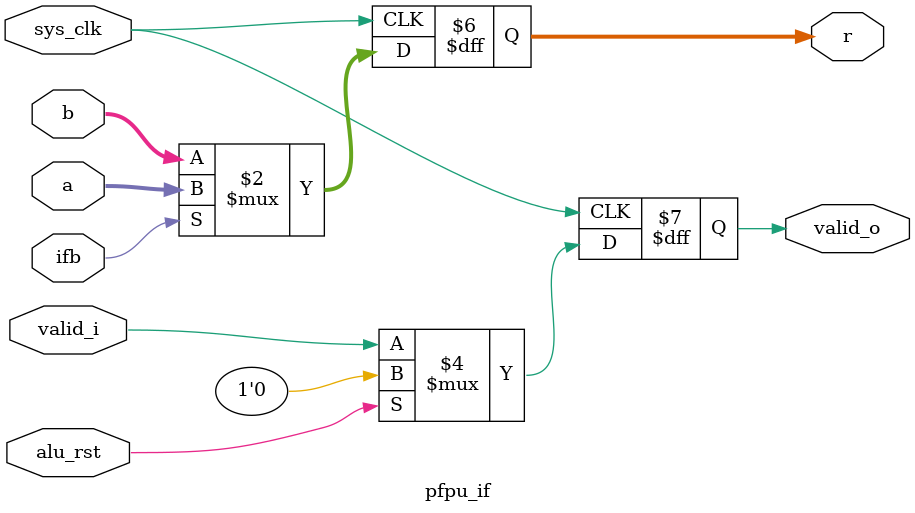
<source format=v>
/*
 * Milkymist VJ SoC
 * Copyright (C) 2007, 2008, 2009, 2010 Sebastien Bourdeauducq
 *
 * This program is free software: you can redistribute it and/or modify
 * it under the terms of the GNU General Public License as published by
 * the Free Software Foundation, version 3 of the License.
 *
 * This program is distributed in the hope that it will be useful,
 * but WITHOUT ANY WARRANTY; without even the implied warranty of
 * MERCHANTABILITY or FITNESS FOR A PARTICULAR PURPOSE.  See the
 * GNU General Public License for more details.
 *
 * You should have received a copy of the GNU General Public License
 * along with this program.  If not, see <http://www.gnu.org/licenses/>.
 */

module pfpu_if(
	input sys_clk,
	input alu_rst,

	input [31:0] a,
	input [31:0] b,
	input ifb,
	input valid_i,

	output reg [31:0] r,
	output reg valid_o
);

always @(posedge sys_clk) begin
	if(alu_rst)
		valid_o <= 1'b0;
	else
		valid_o <= valid_i;
	r <= ifb ? a : b;
end

endmodule

</source>
